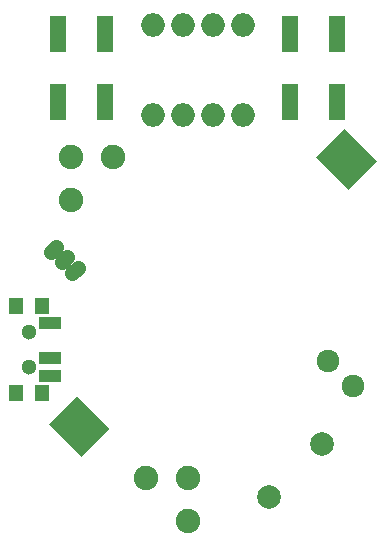
<source format=gts>
G04 #@! TF.FileFunction,Soldermask,Top*
%FSLAX46Y46*%
G04 Gerber Fmt 4.6, Leading zero omitted, Abs format (unit mm)*
G04 Created by KiCad (PCBNEW (2015-11-17 BZR 6321)-product) date Thu 03 Dec 2015 10:29:56 PM EST*
%MOMM*%
G01*
G04 APERTURE LIST*
%ADD10C,0.100000*%
%ADD11O,2.000000X2.000000*%
%ADD12C,1.924000*%
%ADD13C,2.076400*%
%ADD14C,2.000200*%
%ADD15R,1.400000X3.150000*%
%ADD16C,1.300000*%
%ADD17R,1.900000X1.100000*%
%ADD18R,1.200000X1.400000*%
%ADD19C,1.299160*%
G04 APERTURE END LIST*
D10*
G36*
X103036931Y-76805352D02*
X105794648Y-79563069D01*
X103390485Y-81967232D01*
X100632768Y-79209515D01*
X103036931Y-76805352D01*
X103036931Y-76805352D01*
G37*
G36*
X80763069Y-104594648D02*
X78005352Y-101836931D01*
X80409515Y-99432768D01*
X83167232Y-102190485D01*
X80763069Y-104594648D01*
X80763069Y-104594648D01*
G37*
D11*
X94450000Y-68000000D03*
X91910000Y-68000000D03*
X89370000Y-68000000D03*
X86830000Y-68000000D03*
X86830000Y-75620000D03*
X89370000Y-75620000D03*
X91910000Y-75620000D03*
X94450000Y-75620000D03*
D12*
X101700000Y-96500000D03*
X103821320Y-98621320D03*
D13*
X86257898Y-106400000D03*
X89850000Y-106400000D03*
X89850000Y-109992102D03*
X79903949Y-82796051D03*
X79903949Y-79203949D03*
X83496051Y-79203949D03*
D14*
X96709872Y-107990128D03*
X101200000Y-103500000D03*
D15*
X98450000Y-68750000D03*
X98450000Y-74500000D03*
X102450000Y-74500000D03*
X102450000Y-68750000D03*
X78800000Y-68750000D03*
X78800000Y-74500000D03*
X82800000Y-74500000D03*
X82800000Y-68750000D03*
D16*
X76375000Y-94000000D03*
X76375000Y-97000000D03*
D17*
X78125000Y-93250000D03*
X78125000Y-96250000D03*
X78125000Y-97750000D03*
D18*
X75275000Y-91850000D03*
X75275000Y-99150000D03*
X77475000Y-99150000D03*
X77475000Y-91850000D03*
D19*
X79560857Y-87685193D02*
X79135193Y-88110857D01*
X78662832Y-86787168D02*
X78237168Y-87212832D01*
X80458883Y-88583219D02*
X80033219Y-89008883D01*
M02*

</source>
